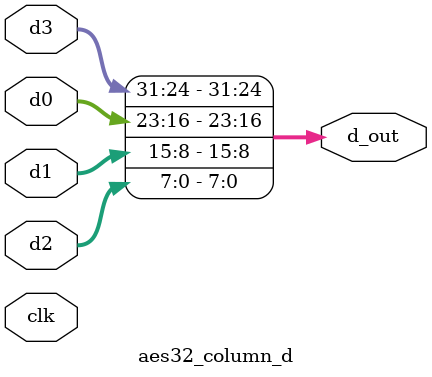
<source format=v>
`timescale 1ns/1ns
module aes32_round_input(clk, din_0, din_1, din_2, din_3, dout_0, dout_1, dout_2, dout_3);
input clk;
input [31:0] din_0, din_1, din_2, din_3;
output [31:0] dout_0, dout_1, dout_2, dout_3;

wire [31:0] tmp0, tmp1, tmp2, tmp3;

aes32_column_a state0(clk, din_0, din_1, din_2, din_3, tmp0);
aes32_column_b state1(clk, din_0, din_1, din_2, din_3, tmp1);
aes32_column_c state2(clk, din_0, din_1, din_2, din_3, tmp2);
aes32_column_d state3(clk, din_0, din_1, din_2, din_3, tmp3);

assign dout_0 = tmp0; 
assign dout_1 = tmp1;
assign dout_2 = tmp2;
assign dout_3 = tmp3;

endmodule


module aes32_column_a (clk, a0, a1, a2, a3, a_out);
input clk;
input [31:0] a0, a1, a2, a3; 
output reg [31:0] a_out;
always@* begin
a_out = {a0[31:24],a1[23:16],a2[15:8],a3[7:0]};
end
endmodule


module aes32_column_b (clk, b0, b1, b2, b3, b_out);
input clk;
input [31:0] b0, b1, b2, b3; 
output reg [31:0] b_out;

wire [31:0] b_1;
always@* begin
b_out = {b1[31:24],b2[23:16],b3[15:8],b0[7:0]};
end
endmodule


module aes32_column_c (clk, c0, c1, c2, c3, c_out);
input clk;
input [31:0] c0, c1, c2, c3; 
output reg [31:0] c_out;

wire [31:0] c_1;

always@* begin
c_out = {c2[31:24],c3[23:16],c0[15:8],c1[7:0]};
end
endmodule


module aes32_column_d (clk, d0, d1, d2, d3, d_out);
input clk;
input [31:0] d0, d1, d2, d3; 
output reg [31:0] d_out;

wire [31:0] d_1;
always@* begin
d_out = {d3[31:24],d0[23:16],d1[15:8],d2[7:0]};
end
endmodule

</source>
